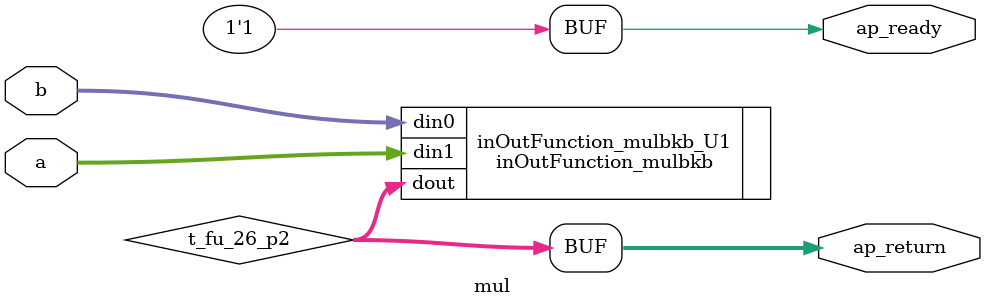
<source format=v>

`timescale 1 ns / 1 ps 

module mul (
        ap_ready,
        a,
        b,
        ap_return
);


output   ap_ready;
input  [31:0] a;
input  [31:0] b;
output  [31:0] ap_return;

wire   [31:0] t_fu_26_p2;

inOutFunction_mulbkb #(
    .ID( 1 ),
    .NUM_STAGE( 1 ),
    .din0_WIDTH( 32 ),
    .din1_WIDTH( 32 ),
    .dout_WIDTH( 32 ))
inOutFunction_mulbkb_U1(
    .din0(b),
    .din1(a),
    .dout(t_fu_26_p2)
);

assign ap_ready = 1'b1;

assign ap_return = t_fu_26_p2;

endmodule //mul

</source>
